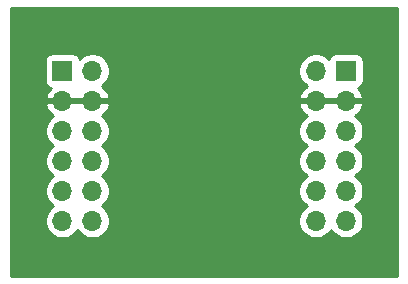
<source format=gbr>
%TF.GenerationSoftware,KiCad,Pcbnew,5.1.9-73d0e3b20d~88~ubuntu20.04.1*%
%TF.CreationDate,2021-04-02T21:19:43-07:00*%
%TF.ProjectId,wow_fix,776f775f-6669-4782-9e6b-696361645f70,A*%
%TF.SameCoordinates,Original*%
%TF.FileFunction,Copper,L1,Top*%
%TF.FilePolarity,Positive*%
%FSLAX46Y46*%
G04 Gerber Fmt 4.6, Leading zero omitted, Abs format (unit mm)*
G04 Created by KiCad (PCBNEW 5.1.9-73d0e3b20d~88~ubuntu20.04.1) date 2021-04-02 21:19:43*
%MOMM*%
%LPD*%
G01*
G04 APERTURE LIST*
%TA.AperFunction,ComponentPad*%
%ADD10O,1.700000X1.700000*%
%TD*%
%TA.AperFunction,ComponentPad*%
%ADD11R,1.700000X1.700000*%
%TD*%
%TA.AperFunction,ViaPad*%
%ADD12C,0.800000*%
%TD*%
%TA.AperFunction,Conductor*%
%ADD13C,0.500000*%
%TD*%
%TA.AperFunction,Conductor*%
%ADD14C,0.254000*%
%TD*%
%TA.AperFunction,Conductor*%
%ADD15C,0.100000*%
%TD*%
G04 APERTURE END LIST*
D10*
%TO.P,CN2,12*%
%TO.N,/POW_IN34*%
X109460000Y-106700000D03*
%TO.P,CN2,11*%
X112000000Y-106700000D03*
%TO.P,CN2,10*%
%TO.N,/GND34*%
X109460000Y-104160000D03*
%TO.P,CN2,9*%
X112000000Y-104160000D03*
%TO.P,CN2,8*%
%TO.N,/STOPH*%
X109460000Y-101620000D03*
%TO.P,CN2,7*%
%TO.N,/STOPL*%
X112000000Y-101620000D03*
%TO.P,CN2,6*%
%TO.N,/COMH*%
X109460000Y-99080000D03*
%TO.P,CN2,5*%
%TO.N,/COML*%
X112000000Y-99080000D03*
%TO.P,CN2,4*%
%TO.N,/GND12*%
X109460000Y-96540000D03*
%TO.P,CN2,3*%
X112000000Y-96540000D03*
%TO.P,CN2,2*%
%TO.N,/POW_IN12*%
X109460000Y-94000000D03*
D11*
%TO.P,CN2,1*%
X112000000Y-94000000D03*
%TD*%
D10*
%TO.P,CN1,12*%
%TO.N,/POW_IN34*%
X90540000Y-106700000D03*
%TO.P,CN1,11*%
X88000000Y-106700000D03*
%TO.P,CN1,10*%
%TO.N,/GND34*%
X90540000Y-104160000D03*
%TO.P,CN1,9*%
X88000000Y-104160000D03*
%TO.P,CN1,8*%
%TO.N,/STOPH*%
X90540000Y-101620000D03*
%TO.P,CN1,7*%
%TO.N,/STOPL*%
X88000000Y-101620000D03*
%TO.P,CN1,6*%
%TO.N,/COMH*%
X90540000Y-99080000D03*
%TO.P,CN1,5*%
%TO.N,/COML*%
X88000000Y-99080000D03*
%TO.P,CN1,4*%
%TO.N,/GND12*%
X90540000Y-96540000D03*
%TO.P,CN1,3*%
X88000000Y-96540000D03*
%TO.P,CN1,2*%
%TO.N,/POW_IN12*%
X90540000Y-94000000D03*
D11*
%TO.P,CN1,1*%
X88000000Y-94000000D03*
%TD*%
D12*
%TO.N,/GND12*%
X99979999Y-95690001D03*
X99980000Y-108010000D03*
X99980000Y-105520000D03*
X99980000Y-100090000D03*
X99980000Y-92420000D03*
%TD*%
D13*
%TO.N,/GND12*%
X99980000Y-96255687D02*
X99980000Y-96850000D01*
X99979999Y-95690001D02*
X99980000Y-96255687D01*
X99980000Y-105520000D02*
X99980000Y-108010000D01*
X99980000Y-100090000D02*
X99980000Y-103290000D01*
X99980000Y-96850000D02*
X99980000Y-100090000D01*
X99979999Y-92420001D02*
X99980000Y-92420000D01*
X99979999Y-95690001D02*
X99979999Y-92420001D01*
X99980000Y-103290000D02*
X99980000Y-105520000D01*
%TD*%
D14*
%TO.N,/GND12*%
X116330550Y-111349806D02*
X83660000Y-111340195D01*
X83660000Y-98933740D01*
X86515000Y-98933740D01*
X86515000Y-99226260D01*
X86572068Y-99513158D01*
X86684010Y-99783411D01*
X86846525Y-100026632D01*
X87053368Y-100233475D01*
X87227760Y-100350000D01*
X87053368Y-100466525D01*
X86846525Y-100673368D01*
X86684010Y-100916589D01*
X86572068Y-101186842D01*
X86515000Y-101473740D01*
X86515000Y-101766260D01*
X86572068Y-102053158D01*
X86684010Y-102323411D01*
X86846525Y-102566632D01*
X87053368Y-102773475D01*
X87227760Y-102890000D01*
X87053368Y-103006525D01*
X86846525Y-103213368D01*
X86684010Y-103456589D01*
X86572068Y-103726842D01*
X86515000Y-104013740D01*
X86515000Y-104306260D01*
X86572068Y-104593158D01*
X86684010Y-104863411D01*
X86846525Y-105106632D01*
X87053368Y-105313475D01*
X87227760Y-105430000D01*
X87053368Y-105546525D01*
X86846525Y-105753368D01*
X86684010Y-105996589D01*
X86572068Y-106266842D01*
X86515000Y-106553740D01*
X86515000Y-106846260D01*
X86572068Y-107133158D01*
X86684010Y-107403411D01*
X86846525Y-107646632D01*
X87053368Y-107853475D01*
X87296589Y-108015990D01*
X87566842Y-108127932D01*
X87853740Y-108185000D01*
X88146260Y-108185000D01*
X88433158Y-108127932D01*
X88703411Y-108015990D01*
X88946632Y-107853475D01*
X89153475Y-107646632D01*
X89270000Y-107472240D01*
X89386525Y-107646632D01*
X89593368Y-107853475D01*
X89836589Y-108015990D01*
X90106842Y-108127932D01*
X90393740Y-108185000D01*
X90686260Y-108185000D01*
X90973158Y-108127932D01*
X91243411Y-108015990D01*
X91486632Y-107853475D01*
X91693475Y-107646632D01*
X91855990Y-107403411D01*
X91967932Y-107133158D01*
X92025000Y-106846260D01*
X92025000Y-106553740D01*
X91967932Y-106266842D01*
X91855990Y-105996589D01*
X91693475Y-105753368D01*
X91486632Y-105546525D01*
X91312240Y-105430000D01*
X91486632Y-105313475D01*
X91693475Y-105106632D01*
X91855990Y-104863411D01*
X91967932Y-104593158D01*
X92025000Y-104306260D01*
X92025000Y-104013740D01*
X91967932Y-103726842D01*
X91855990Y-103456589D01*
X91693475Y-103213368D01*
X91486632Y-103006525D01*
X91312240Y-102890000D01*
X91486632Y-102773475D01*
X91693475Y-102566632D01*
X91855990Y-102323411D01*
X91967932Y-102053158D01*
X92025000Y-101766260D01*
X92025000Y-101473740D01*
X91967932Y-101186842D01*
X91855990Y-100916589D01*
X91693475Y-100673368D01*
X91486632Y-100466525D01*
X91312240Y-100350000D01*
X91486632Y-100233475D01*
X91693475Y-100026632D01*
X91855990Y-99783411D01*
X91967932Y-99513158D01*
X92025000Y-99226260D01*
X92025000Y-98933740D01*
X107975000Y-98933740D01*
X107975000Y-99226260D01*
X108032068Y-99513158D01*
X108144010Y-99783411D01*
X108306525Y-100026632D01*
X108513368Y-100233475D01*
X108687760Y-100350000D01*
X108513368Y-100466525D01*
X108306525Y-100673368D01*
X108144010Y-100916589D01*
X108032068Y-101186842D01*
X107975000Y-101473740D01*
X107975000Y-101766260D01*
X108032068Y-102053158D01*
X108144010Y-102323411D01*
X108306525Y-102566632D01*
X108513368Y-102773475D01*
X108687760Y-102890000D01*
X108513368Y-103006525D01*
X108306525Y-103213368D01*
X108144010Y-103456589D01*
X108032068Y-103726842D01*
X107975000Y-104013740D01*
X107975000Y-104306260D01*
X108032068Y-104593158D01*
X108144010Y-104863411D01*
X108306525Y-105106632D01*
X108513368Y-105313475D01*
X108687760Y-105430000D01*
X108513368Y-105546525D01*
X108306525Y-105753368D01*
X108144010Y-105996589D01*
X108032068Y-106266842D01*
X107975000Y-106553740D01*
X107975000Y-106846260D01*
X108032068Y-107133158D01*
X108144010Y-107403411D01*
X108306525Y-107646632D01*
X108513368Y-107853475D01*
X108756589Y-108015990D01*
X109026842Y-108127932D01*
X109313740Y-108185000D01*
X109606260Y-108185000D01*
X109893158Y-108127932D01*
X110163411Y-108015990D01*
X110406632Y-107853475D01*
X110613475Y-107646632D01*
X110730000Y-107472240D01*
X110846525Y-107646632D01*
X111053368Y-107853475D01*
X111296589Y-108015990D01*
X111566842Y-108127932D01*
X111853740Y-108185000D01*
X112146260Y-108185000D01*
X112433158Y-108127932D01*
X112703411Y-108015990D01*
X112946632Y-107853475D01*
X113153475Y-107646632D01*
X113315990Y-107403411D01*
X113427932Y-107133158D01*
X113485000Y-106846260D01*
X113485000Y-106553740D01*
X113427932Y-106266842D01*
X113315990Y-105996589D01*
X113153475Y-105753368D01*
X112946632Y-105546525D01*
X112772240Y-105430000D01*
X112946632Y-105313475D01*
X113153475Y-105106632D01*
X113315990Y-104863411D01*
X113427932Y-104593158D01*
X113485000Y-104306260D01*
X113485000Y-104013740D01*
X113427932Y-103726842D01*
X113315990Y-103456589D01*
X113153475Y-103213368D01*
X112946632Y-103006525D01*
X112772240Y-102890000D01*
X112946632Y-102773475D01*
X113153475Y-102566632D01*
X113315990Y-102323411D01*
X113427932Y-102053158D01*
X113485000Y-101766260D01*
X113485000Y-101473740D01*
X113427932Y-101186842D01*
X113315990Y-100916589D01*
X113153475Y-100673368D01*
X112946632Y-100466525D01*
X112772240Y-100350000D01*
X112946632Y-100233475D01*
X113153475Y-100026632D01*
X113315990Y-99783411D01*
X113427932Y-99513158D01*
X113485000Y-99226260D01*
X113485000Y-98933740D01*
X113427932Y-98646842D01*
X113315990Y-98376589D01*
X113153475Y-98133368D01*
X112946632Y-97926525D01*
X112764466Y-97804805D01*
X112881355Y-97735178D01*
X113097588Y-97540269D01*
X113271641Y-97306920D01*
X113396825Y-97044099D01*
X113441476Y-96896890D01*
X113320155Y-96667000D01*
X112127000Y-96667000D01*
X112127000Y-96687000D01*
X111873000Y-96687000D01*
X111873000Y-96667000D01*
X109587000Y-96667000D01*
X109587000Y-96687000D01*
X109333000Y-96687000D01*
X109333000Y-96667000D01*
X108139845Y-96667000D01*
X108018524Y-96896890D01*
X108063175Y-97044099D01*
X108188359Y-97306920D01*
X108362412Y-97540269D01*
X108578645Y-97735178D01*
X108695534Y-97804805D01*
X108513368Y-97926525D01*
X108306525Y-98133368D01*
X108144010Y-98376589D01*
X108032068Y-98646842D01*
X107975000Y-98933740D01*
X92025000Y-98933740D01*
X91967932Y-98646842D01*
X91855990Y-98376589D01*
X91693475Y-98133368D01*
X91486632Y-97926525D01*
X91304466Y-97804805D01*
X91421355Y-97735178D01*
X91637588Y-97540269D01*
X91811641Y-97306920D01*
X91936825Y-97044099D01*
X91981476Y-96896890D01*
X91860155Y-96667000D01*
X90667000Y-96667000D01*
X90667000Y-96687000D01*
X90413000Y-96687000D01*
X90413000Y-96667000D01*
X88127000Y-96667000D01*
X88127000Y-96687000D01*
X87873000Y-96687000D01*
X87873000Y-96667000D01*
X86679845Y-96667000D01*
X86558524Y-96896890D01*
X86603175Y-97044099D01*
X86728359Y-97306920D01*
X86902412Y-97540269D01*
X87118645Y-97735178D01*
X87235534Y-97804805D01*
X87053368Y-97926525D01*
X86846525Y-98133368D01*
X86684010Y-98376589D01*
X86572068Y-98646842D01*
X86515000Y-98933740D01*
X83660000Y-98933740D01*
X83660000Y-93150000D01*
X86511928Y-93150000D01*
X86511928Y-94850000D01*
X86524188Y-94974482D01*
X86560498Y-95094180D01*
X86619463Y-95204494D01*
X86698815Y-95301185D01*
X86795506Y-95380537D01*
X86905820Y-95439502D01*
X86986466Y-95463966D01*
X86902412Y-95539731D01*
X86728359Y-95773080D01*
X86603175Y-96035901D01*
X86558524Y-96183110D01*
X86679845Y-96413000D01*
X87873000Y-96413000D01*
X87873000Y-96393000D01*
X88127000Y-96393000D01*
X88127000Y-96413000D01*
X90413000Y-96413000D01*
X90413000Y-96393000D01*
X90667000Y-96393000D01*
X90667000Y-96413000D01*
X91860155Y-96413000D01*
X91981476Y-96183110D01*
X91936825Y-96035901D01*
X91811641Y-95773080D01*
X91637588Y-95539731D01*
X91421355Y-95344822D01*
X91304466Y-95275195D01*
X91486632Y-95153475D01*
X91693475Y-94946632D01*
X91855990Y-94703411D01*
X91967932Y-94433158D01*
X92025000Y-94146260D01*
X92025000Y-93853740D01*
X107975000Y-93853740D01*
X107975000Y-94146260D01*
X108032068Y-94433158D01*
X108144010Y-94703411D01*
X108306525Y-94946632D01*
X108513368Y-95153475D01*
X108695534Y-95275195D01*
X108578645Y-95344822D01*
X108362412Y-95539731D01*
X108188359Y-95773080D01*
X108063175Y-96035901D01*
X108018524Y-96183110D01*
X108139845Y-96413000D01*
X109333000Y-96413000D01*
X109333000Y-96393000D01*
X109587000Y-96393000D01*
X109587000Y-96413000D01*
X111873000Y-96413000D01*
X111873000Y-96393000D01*
X112127000Y-96393000D01*
X112127000Y-96413000D01*
X113320155Y-96413000D01*
X113441476Y-96183110D01*
X113396825Y-96035901D01*
X113271641Y-95773080D01*
X113097588Y-95539731D01*
X113013534Y-95463966D01*
X113094180Y-95439502D01*
X113204494Y-95380537D01*
X113301185Y-95301185D01*
X113380537Y-95204494D01*
X113439502Y-95094180D01*
X113475812Y-94974482D01*
X113488072Y-94850000D01*
X113488072Y-93150000D01*
X113475812Y-93025518D01*
X113439502Y-92905820D01*
X113380537Y-92795506D01*
X113301185Y-92698815D01*
X113204494Y-92619463D01*
X113094180Y-92560498D01*
X112974482Y-92524188D01*
X112850000Y-92511928D01*
X111150000Y-92511928D01*
X111025518Y-92524188D01*
X110905820Y-92560498D01*
X110795506Y-92619463D01*
X110698815Y-92698815D01*
X110619463Y-92795506D01*
X110560498Y-92905820D01*
X110538487Y-92978380D01*
X110406632Y-92846525D01*
X110163411Y-92684010D01*
X109893158Y-92572068D01*
X109606260Y-92515000D01*
X109313740Y-92515000D01*
X109026842Y-92572068D01*
X108756589Y-92684010D01*
X108513368Y-92846525D01*
X108306525Y-93053368D01*
X108144010Y-93296589D01*
X108032068Y-93566842D01*
X107975000Y-93853740D01*
X92025000Y-93853740D01*
X91967932Y-93566842D01*
X91855990Y-93296589D01*
X91693475Y-93053368D01*
X91486632Y-92846525D01*
X91243411Y-92684010D01*
X90973158Y-92572068D01*
X90686260Y-92515000D01*
X90393740Y-92515000D01*
X90106842Y-92572068D01*
X89836589Y-92684010D01*
X89593368Y-92846525D01*
X89461513Y-92978380D01*
X89439502Y-92905820D01*
X89380537Y-92795506D01*
X89301185Y-92698815D01*
X89204494Y-92619463D01*
X89094180Y-92560498D01*
X88974482Y-92524188D01*
X88850000Y-92511928D01*
X87150000Y-92511928D01*
X87025518Y-92524188D01*
X86905820Y-92560498D01*
X86795506Y-92619463D01*
X86698815Y-92698815D01*
X86619463Y-92795506D01*
X86560498Y-92905820D01*
X86524188Y-93025518D01*
X86511928Y-93150000D01*
X83660000Y-93150000D01*
X83660000Y-88659805D01*
X116349451Y-88650194D01*
X116330550Y-111349806D01*
%TA.AperFunction,Conductor*%
D15*
G36*
X116330550Y-111349806D02*
G01*
X83660000Y-111340195D01*
X83660000Y-98933740D01*
X86515000Y-98933740D01*
X86515000Y-99226260D01*
X86572068Y-99513158D01*
X86684010Y-99783411D01*
X86846525Y-100026632D01*
X87053368Y-100233475D01*
X87227760Y-100350000D01*
X87053368Y-100466525D01*
X86846525Y-100673368D01*
X86684010Y-100916589D01*
X86572068Y-101186842D01*
X86515000Y-101473740D01*
X86515000Y-101766260D01*
X86572068Y-102053158D01*
X86684010Y-102323411D01*
X86846525Y-102566632D01*
X87053368Y-102773475D01*
X87227760Y-102890000D01*
X87053368Y-103006525D01*
X86846525Y-103213368D01*
X86684010Y-103456589D01*
X86572068Y-103726842D01*
X86515000Y-104013740D01*
X86515000Y-104306260D01*
X86572068Y-104593158D01*
X86684010Y-104863411D01*
X86846525Y-105106632D01*
X87053368Y-105313475D01*
X87227760Y-105430000D01*
X87053368Y-105546525D01*
X86846525Y-105753368D01*
X86684010Y-105996589D01*
X86572068Y-106266842D01*
X86515000Y-106553740D01*
X86515000Y-106846260D01*
X86572068Y-107133158D01*
X86684010Y-107403411D01*
X86846525Y-107646632D01*
X87053368Y-107853475D01*
X87296589Y-108015990D01*
X87566842Y-108127932D01*
X87853740Y-108185000D01*
X88146260Y-108185000D01*
X88433158Y-108127932D01*
X88703411Y-108015990D01*
X88946632Y-107853475D01*
X89153475Y-107646632D01*
X89270000Y-107472240D01*
X89386525Y-107646632D01*
X89593368Y-107853475D01*
X89836589Y-108015990D01*
X90106842Y-108127932D01*
X90393740Y-108185000D01*
X90686260Y-108185000D01*
X90973158Y-108127932D01*
X91243411Y-108015990D01*
X91486632Y-107853475D01*
X91693475Y-107646632D01*
X91855990Y-107403411D01*
X91967932Y-107133158D01*
X92025000Y-106846260D01*
X92025000Y-106553740D01*
X91967932Y-106266842D01*
X91855990Y-105996589D01*
X91693475Y-105753368D01*
X91486632Y-105546525D01*
X91312240Y-105430000D01*
X91486632Y-105313475D01*
X91693475Y-105106632D01*
X91855990Y-104863411D01*
X91967932Y-104593158D01*
X92025000Y-104306260D01*
X92025000Y-104013740D01*
X91967932Y-103726842D01*
X91855990Y-103456589D01*
X91693475Y-103213368D01*
X91486632Y-103006525D01*
X91312240Y-102890000D01*
X91486632Y-102773475D01*
X91693475Y-102566632D01*
X91855990Y-102323411D01*
X91967932Y-102053158D01*
X92025000Y-101766260D01*
X92025000Y-101473740D01*
X91967932Y-101186842D01*
X91855990Y-100916589D01*
X91693475Y-100673368D01*
X91486632Y-100466525D01*
X91312240Y-100350000D01*
X91486632Y-100233475D01*
X91693475Y-100026632D01*
X91855990Y-99783411D01*
X91967932Y-99513158D01*
X92025000Y-99226260D01*
X92025000Y-98933740D01*
X107975000Y-98933740D01*
X107975000Y-99226260D01*
X108032068Y-99513158D01*
X108144010Y-99783411D01*
X108306525Y-100026632D01*
X108513368Y-100233475D01*
X108687760Y-100350000D01*
X108513368Y-100466525D01*
X108306525Y-100673368D01*
X108144010Y-100916589D01*
X108032068Y-101186842D01*
X107975000Y-101473740D01*
X107975000Y-101766260D01*
X108032068Y-102053158D01*
X108144010Y-102323411D01*
X108306525Y-102566632D01*
X108513368Y-102773475D01*
X108687760Y-102890000D01*
X108513368Y-103006525D01*
X108306525Y-103213368D01*
X108144010Y-103456589D01*
X108032068Y-103726842D01*
X107975000Y-104013740D01*
X107975000Y-104306260D01*
X108032068Y-104593158D01*
X108144010Y-104863411D01*
X108306525Y-105106632D01*
X108513368Y-105313475D01*
X108687760Y-105430000D01*
X108513368Y-105546525D01*
X108306525Y-105753368D01*
X108144010Y-105996589D01*
X108032068Y-106266842D01*
X107975000Y-106553740D01*
X107975000Y-106846260D01*
X108032068Y-107133158D01*
X108144010Y-107403411D01*
X108306525Y-107646632D01*
X108513368Y-107853475D01*
X108756589Y-108015990D01*
X109026842Y-108127932D01*
X109313740Y-108185000D01*
X109606260Y-108185000D01*
X109893158Y-108127932D01*
X110163411Y-108015990D01*
X110406632Y-107853475D01*
X110613475Y-107646632D01*
X110730000Y-107472240D01*
X110846525Y-107646632D01*
X111053368Y-107853475D01*
X111296589Y-108015990D01*
X111566842Y-108127932D01*
X111853740Y-108185000D01*
X112146260Y-108185000D01*
X112433158Y-108127932D01*
X112703411Y-108015990D01*
X112946632Y-107853475D01*
X113153475Y-107646632D01*
X113315990Y-107403411D01*
X113427932Y-107133158D01*
X113485000Y-106846260D01*
X113485000Y-106553740D01*
X113427932Y-106266842D01*
X113315990Y-105996589D01*
X113153475Y-105753368D01*
X112946632Y-105546525D01*
X112772240Y-105430000D01*
X112946632Y-105313475D01*
X113153475Y-105106632D01*
X113315990Y-104863411D01*
X113427932Y-104593158D01*
X113485000Y-104306260D01*
X113485000Y-104013740D01*
X113427932Y-103726842D01*
X113315990Y-103456589D01*
X113153475Y-103213368D01*
X112946632Y-103006525D01*
X112772240Y-102890000D01*
X112946632Y-102773475D01*
X113153475Y-102566632D01*
X113315990Y-102323411D01*
X113427932Y-102053158D01*
X113485000Y-101766260D01*
X113485000Y-101473740D01*
X113427932Y-101186842D01*
X113315990Y-100916589D01*
X113153475Y-100673368D01*
X112946632Y-100466525D01*
X112772240Y-100350000D01*
X112946632Y-100233475D01*
X113153475Y-100026632D01*
X113315990Y-99783411D01*
X113427932Y-99513158D01*
X113485000Y-99226260D01*
X113485000Y-98933740D01*
X113427932Y-98646842D01*
X113315990Y-98376589D01*
X113153475Y-98133368D01*
X112946632Y-97926525D01*
X112764466Y-97804805D01*
X112881355Y-97735178D01*
X113097588Y-97540269D01*
X113271641Y-97306920D01*
X113396825Y-97044099D01*
X113441476Y-96896890D01*
X113320155Y-96667000D01*
X112127000Y-96667000D01*
X112127000Y-96687000D01*
X111873000Y-96687000D01*
X111873000Y-96667000D01*
X109587000Y-96667000D01*
X109587000Y-96687000D01*
X109333000Y-96687000D01*
X109333000Y-96667000D01*
X108139845Y-96667000D01*
X108018524Y-96896890D01*
X108063175Y-97044099D01*
X108188359Y-97306920D01*
X108362412Y-97540269D01*
X108578645Y-97735178D01*
X108695534Y-97804805D01*
X108513368Y-97926525D01*
X108306525Y-98133368D01*
X108144010Y-98376589D01*
X108032068Y-98646842D01*
X107975000Y-98933740D01*
X92025000Y-98933740D01*
X91967932Y-98646842D01*
X91855990Y-98376589D01*
X91693475Y-98133368D01*
X91486632Y-97926525D01*
X91304466Y-97804805D01*
X91421355Y-97735178D01*
X91637588Y-97540269D01*
X91811641Y-97306920D01*
X91936825Y-97044099D01*
X91981476Y-96896890D01*
X91860155Y-96667000D01*
X90667000Y-96667000D01*
X90667000Y-96687000D01*
X90413000Y-96687000D01*
X90413000Y-96667000D01*
X88127000Y-96667000D01*
X88127000Y-96687000D01*
X87873000Y-96687000D01*
X87873000Y-96667000D01*
X86679845Y-96667000D01*
X86558524Y-96896890D01*
X86603175Y-97044099D01*
X86728359Y-97306920D01*
X86902412Y-97540269D01*
X87118645Y-97735178D01*
X87235534Y-97804805D01*
X87053368Y-97926525D01*
X86846525Y-98133368D01*
X86684010Y-98376589D01*
X86572068Y-98646842D01*
X86515000Y-98933740D01*
X83660000Y-98933740D01*
X83660000Y-93150000D01*
X86511928Y-93150000D01*
X86511928Y-94850000D01*
X86524188Y-94974482D01*
X86560498Y-95094180D01*
X86619463Y-95204494D01*
X86698815Y-95301185D01*
X86795506Y-95380537D01*
X86905820Y-95439502D01*
X86986466Y-95463966D01*
X86902412Y-95539731D01*
X86728359Y-95773080D01*
X86603175Y-96035901D01*
X86558524Y-96183110D01*
X86679845Y-96413000D01*
X87873000Y-96413000D01*
X87873000Y-96393000D01*
X88127000Y-96393000D01*
X88127000Y-96413000D01*
X90413000Y-96413000D01*
X90413000Y-96393000D01*
X90667000Y-96393000D01*
X90667000Y-96413000D01*
X91860155Y-96413000D01*
X91981476Y-96183110D01*
X91936825Y-96035901D01*
X91811641Y-95773080D01*
X91637588Y-95539731D01*
X91421355Y-95344822D01*
X91304466Y-95275195D01*
X91486632Y-95153475D01*
X91693475Y-94946632D01*
X91855990Y-94703411D01*
X91967932Y-94433158D01*
X92025000Y-94146260D01*
X92025000Y-93853740D01*
X107975000Y-93853740D01*
X107975000Y-94146260D01*
X108032068Y-94433158D01*
X108144010Y-94703411D01*
X108306525Y-94946632D01*
X108513368Y-95153475D01*
X108695534Y-95275195D01*
X108578645Y-95344822D01*
X108362412Y-95539731D01*
X108188359Y-95773080D01*
X108063175Y-96035901D01*
X108018524Y-96183110D01*
X108139845Y-96413000D01*
X109333000Y-96413000D01*
X109333000Y-96393000D01*
X109587000Y-96393000D01*
X109587000Y-96413000D01*
X111873000Y-96413000D01*
X111873000Y-96393000D01*
X112127000Y-96393000D01*
X112127000Y-96413000D01*
X113320155Y-96413000D01*
X113441476Y-96183110D01*
X113396825Y-96035901D01*
X113271641Y-95773080D01*
X113097588Y-95539731D01*
X113013534Y-95463966D01*
X113094180Y-95439502D01*
X113204494Y-95380537D01*
X113301185Y-95301185D01*
X113380537Y-95204494D01*
X113439502Y-95094180D01*
X113475812Y-94974482D01*
X113488072Y-94850000D01*
X113488072Y-93150000D01*
X113475812Y-93025518D01*
X113439502Y-92905820D01*
X113380537Y-92795506D01*
X113301185Y-92698815D01*
X113204494Y-92619463D01*
X113094180Y-92560498D01*
X112974482Y-92524188D01*
X112850000Y-92511928D01*
X111150000Y-92511928D01*
X111025518Y-92524188D01*
X110905820Y-92560498D01*
X110795506Y-92619463D01*
X110698815Y-92698815D01*
X110619463Y-92795506D01*
X110560498Y-92905820D01*
X110538487Y-92978380D01*
X110406632Y-92846525D01*
X110163411Y-92684010D01*
X109893158Y-92572068D01*
X109606260Y-92515000D01*
X109313740Y-92515000D01*
X109026842Y-92572068D01*
X108756589Y-92684010D01*
X108513368Y-92846525D01*
X108306525Y-93053368D01*
X108144010Y-93296589D01*
X108032068Y-93566842D01*
X107975000Y-93853740D01*
X92025000Y-93853740D01*
X91967932Y-93566842D01*
X91855990Y-93296589D01*
X91693475Y-93053368D01*
X91486632Y-92846525D01*
X91243411Y-92684010D01*
X90973158Y-92572068D01*
X90686260Y-92515000D01*
X90393740Y-92515000D01*
X90106842Y-92572068D01*
X89836589Y-92684010D01*
X89593368Y-92846525D01*
X89461513Y-92978380D01*
X89439502Y-92905820D01*
X89380537Y-92795506D01*
X89301185Y-92698815D01*
X89204494Y-92619463D01*
X89094180Y-92560498D01*
X88974482Y-92524188D01*
X88850000Y-92511928D01*
X87150000Y-92511928D01*
X87025518Y-92524188D01*
X86905820Y-92560498D01*
X86795506Y-92619463D01*
X86698815Y-92698815D01*
X86619463Y-92795506D01*
X86560498Y-92905820D01*
X86524188Y-93025518D01*
X86511928Y-93150000D01*
X83660000Y-93150000D01*
X83660000Y-88659805D01*
X116349451Y-88650194D01*
X116330550Y-111349806D01*
G37*
%TD.AperFunction*%
%TD*%
M02*

</source>
